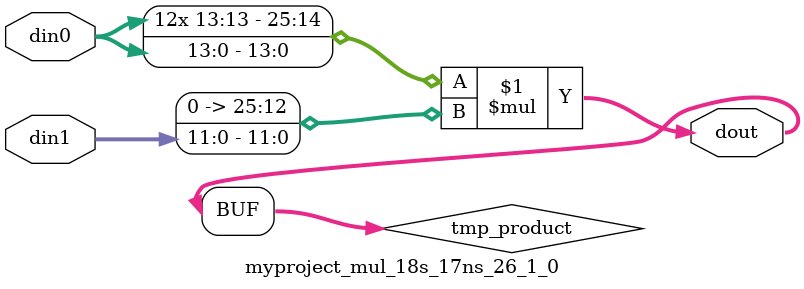
<source format=v>

`timescale 1 ns / 1 ps

 module myproject_mul_18s_17ns_26_1_0(din0, din1, dout);
parameter ID = 1;
parameter NUM_STAGE = 0;
parameter din0_WIDTH = 14;
parameter din1_WIDTH = 12;
parameter dout_WIDTH = 26;

input [din0_WIDTH - 1 : 0] din0; 
input [din1_WIDTH - 1 : 0] din1; 
output [dout_WIDTH - 1 : 0] dout;

wire signed [dout_WIDTH - 1 : 0] tmp_product;


























assign tmp_product = $signed(din0) * $signed({1'b0, din1});









assign dout = tmp_product;





















endmodule

</source>
